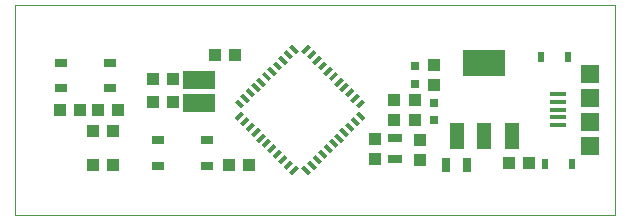
<source format=gtp>
G75*
%MOIN*%
%OFA0B0*%
%FSLAX25Y25*%
%IPPOS*%
%LPD*%
%AMOC8*
5,1,8,0,0,1.08239X$1,22.5*
%
%ADD10C,0.00000*%
%ADD11R,0.03937X0.04331*%
%ADD12R,0.04331X0.03937*%
%ADD13R,0.03150X0.03150*%
%ADD14R,0.03150X0.04724*%
%ADD15R,0.03150X0.01378*%
%ADD16R,0.04724X0.03150*%
%ADD17R,0.02480X0.03268*%
%ADD18R,0.04800X0.08800*%
%ADD19R,0.14173X0.08661*%
%ADD20R,0.05315X0.01575*%
%ADD21R,0.06102X0.05906*%
%ADD22R,0.04134X0.02559*%
%ADD23R,0.10630X0.05906*%
D10*
X0027595Y0221800D02*
X0027595Y0291800D01*
X0227595Y0291800D01*
X0227595Y0221800D01*
X0027595Y0221800D01*
D11*
X0147495Y0240254D03*
X0147495Y0246946D03*
X0153895Y0253254D03*
X0160995Y0253354D03*
X0160995Y0260046D03*
X0153895Y0259946D03*
X0167295Y0264954D03*
X0167295Y0271646D03*
X0162595Y0246846D03*
X0162595Y0240154D03*
D12*
X0192249Y0238900D03*
X0198942Y0238900D03*
X0105658Y0238466D03*
X0098965Y0238466D03*
X0060142Y0238500D03*
X0053449Y0238500D03*
X0053449Y0249600D03*
X0060142Y0249600D03*
X0061942Y0256800D03*
X0055249Y0256800D03*
X0049142Y0256800D03*
X0042449Y0256800D03*
X0073549Y0259300D03*
X0080242Y0259300D03*
X0080342Y0266900D03*
X0073649Y0266900D03*
X0094149Y0275100D03*
X0100842Y0275100D03*
D13*
X0160995Y0271253D03*
X0160995Y0265347D03*
X0167295Y0259153D03*
X0167295Y0253247D03*
D14*
X0171152Y0238500D03*
X0178238Y0238500D03*
D15*
G36*
X0142152Y0256312D02*
X0144378Y0254086D01*
X0143404Y0253112D01*
X0141178Y0255338D01*
X0142152Y0256312D01*
G37*
G36*
X0144378Y0259514D02*
X0142152Y0257288D01*
X0141178Y0258262D01*
X0143404Y0260488D01*
X0144378Y0259514D01*
G37*
G36*
X0142569Y0261323D02*
X0140343Y0259097D01*
X0139369Y0260071D01*
X0141595Y0262297D01*
X0142569Y0261323D01*
G37*
G36*
X0140759Y0263133D02*
X0138533Y0260907D01*
X0137559Y0261881D01*
X0139785Y0264107D01*
X0140759Y0263133D01*
G37*
G36*
X0138950Y0264942D02*
X0136724Y0262716D01*
X0135750Y0263690D01*
X0137976Y0265916D01*
X0138950Y0264942D01*
G37*
G36*
X0137140Y0266752D02*
X0134914Y0264526D01*
X0133940Y0265500D01*
X0136166Y0267726D01*
X0137140Y0266752D01*
G37*
G36*
X0135331Y0268562D02*
X0133105Y0266336D01*
X0132131Y0267310D01*
X0134357Y0269536D01*
X0135331Y0268562D01*
G37*
G36*
X0130321Y0269119D02*
X0132547Y0271345D01*
X0133521Y0270371D01*
X0131295Y0268145D01*
X0130321Y0269119D01*
G37*
G36*
X0128512Y0270929D02*
X0130738Y0273155D01*
X0131712Y0272181D01*
X0129486Y0269955D01*
X0128512Y0270929D01*
G37*
G36*
X0126702Y0272738D02*
X0128928Y0274964D01*
X0129902Y0273990D01*
X0127676Y0271764D01*
X0126702Y0272738D01*
G37*
G36*
X0124893Y0274548D02*
X0127119Y0276774D01*
X0128093Y0275800D01*
X0125867Y0273574D01*
X0124893Y0274548D01*
G37*
G36*
X0123083Y0276357D02*
X0125309Y0278583D01*
X0126283Y0277609D01*
X0124057Y0275383D01*
X0123083Y0276357D01*
G37*
G36*
X0119881Y0278583D02*
X0122107Y0276357D01*
X0121133Y0275383D01*
X0118907Y0277609D01*
X0119881Y0278583D01*
G37*
G36*
X0118072Y0276774D02*
X0120298Y0274548D01*
X0119324Y0273574D01*
X0117098Y0275800D01*
X0118072Y0276774D01*
G37*
G36*
X0116262Y0274964D02*
X0118488Y0272738D01*
X0117514Y0271764D01*
X0115288Y0273990D01*
X0116262Y0274964D01*
G37*
G36*
X0114453Y0273155D02*
X0116679Y0270929D01*
X0115705Y0269955D01*
X0113479Y0272181D01*
X0114453Y0273155D01*
G37*
G36*
X0112643Y0271345D02*
X0114869Y0269119D01*
X0113895Y0268145D01*
X0111669Y0270371D01*
X0112643Y0271345D01*
G37*
G36*
X0110834Y0269536D02*
X0113060Y0267310D01*
X0112086Y0266336D01*
X0109860Y0268562D01*
X0110834Y0269536D01*
G37*
G36*
X0110276Y0264526D02*
X0108050Y0266752D01*
X0109024Y0267726D01*
X0111250Y0265500D01*
X0110276Y0264526D01*
G37*
G36*
X0108467Y0262716D02*
X0106241Y0264942D01*
X0107215Y0265916D01*
X0109441Y0263690D01*
X0108467Y0262716D01*
G37*
G36*
X0106657Y0260907D02*
X0104431Y0263133D01*
X0105405Y0264107D01*
X0107631Y0261881D01*
X0106657Y0260907D01*
G37*
G36*
X0104847Y0259097D02*
X0102621Y0261323D01*
X0103595Y0262297D01*
X0105821Y0260071D01*
X0104847Y0259097D01*
G37*
G36*
X0103038Y0257288D02*
X0100812Y0259514D01*
X0101786Y0260488D01*
X0104012Y0258262D01*
X0103038Y0257288D01*
G37*
G36*
X0100812Y0254086D02*
X0103038Y0256312D01*
X0104012Y0255338D01*
X0101786Y0253112D01*
X0100812Y0254086D01*
G37*
G36*
X0102621Y0252277D02*
X0104847Y0254503D01*
X0105821Y0253529D01*
X0103595Y0251303D01*
X0102621Y0252277D01*
G37*
G36*
X0104431Y0250467D02*
X0106657Y0252693D01*
X0107631Y0251719D01*
X0105405Y0249493D01*
X0104431Y0250467D01*
G37*
G36*
X0106241Y0248658D02*
X0108467Y0250884D01*
X0109441Y0249910D01*
X0107215Y0247684D01*
X0106241Y0248658D01*
G37*
G36*
X0108050Y0246848D02*
X0110276Y0249074D01*
X0111250Y0248100D01*
X0109024Y0245874D01*
X0108050Y0246848D01*
G37*
G36*
X0109860Y0245038D02*
X0112086Y0247264D01*
X0113060Y0246290D01*
X0110834Y0244064D01*
X0109860Y0245038D01*
G37*
G36*
X0114869Y0244481D02*
X0112643Y0242255D01*
X0111669Y0243229D01*
X0113895Y0245455D01*
X0114869Y0244481D01*
G37*
G36*
X0116679Y0242671D02*
X0114453Y0240445D01*
X0113479Y0241419D01*
X0115705Y0243645D01*
X0116679Y0242671D01*
G37*
G36*
X0118488Y0240862D02*
X0116262Y0238636D01*
X0115288Y0239610D01*
X0117514Y0241836D01*
X0118488Y0240862D01*
G37*
G36*
X0120298Y0239052D02*
X0118072Y0236826D01*
X0117098Y0237800D01*
X0119324Y0240026D01*
X0120298Y0239052D01*
G37*
G36*
X0122107Y0237243D02*
X0119881Y0235017D01*
X0118907Y0235991D01*
X0121133Y0238217D01*
X0122107Y0237243D01*
G37*
G36*
X0125309Y0235017D02*
X0123083Y0237243D01*
X0124057Y0238217D01*
X0126283Y0235991D01*
X0125309Y0235017D01*
G37*
G36*
X0127119Y0236826D02*
X0124893Y0239052D01*
X0125867Y0240026D01*
X0128093Y0237800D01*
X0127119Y0236826D01*
G37*
G36*
X0128928Y0238636D02*
X0126702Y0240862D01*
X0127676Y0241836D01*
X0129902Y0239610D01*
X0128928Y0238636D01*
G37*
G36*
X0130738Y0240445D02*
X0128512Y0242671D01*
X0129486Y0243645D01*
X0131712Y0241419D01*
X0130738Y0240445D01*
G37*
G36*
X0132547Y0242255D02*
X0130321Y0244481D01*
X0131295Y0245455D01*
X0133521Y0243229D01*
X0132547Y0242255D01*
G37*
G36*
X0134357Y0244064D02*
X0132131Y0246290D01*
X0133105Y0247264D01*
X0135331Y0245038D01*
X0134357Y0244064D01*
G37*
G36*
X0134914Y0249074D02*
X0137140Y0246848D01*
X0136166Y0245874D01*
X0133940Y0248100D01*
X0134914Y0249074D01*
G37*
G36*
X0136724Y0250884D02*
X0138950Y0248658D01*
X0137976Y0247684D01*
X0135750Y0249910D01*
X0136724Y0250884D01*
G37*
G36*
X0138533Y0252693D02*
X0140759Y0250467D01*
X0139785Y0249493D01*
X0137559Y0251719D01*
X0138533Y0252693D01*
G37*
G36*
X0140343Y0254503D02*
X0142569Y0252277D01*
X0141595Y0251303D01*
X0139369Y0253529D01*
X0140343Y0254503D01*
G37*
D16*
X0154295Y0247343D03*
X0154295Y0240257D03*
D17*
X0204268Y0238800D03*
X0213323Y0238800D03*
X0211923Y0274400D03*
X0202868Y0274400D03*
D18*
X0193162Y0247946D03*
X0184062Y0247946D03*
X0174962Y0247946D03*
D19*
X0184062Y0272347D03*
D20*
X0208468Y0261907D03*
X0208468Y0259348D03*
X0208468Y0256789D03*
X0208468Y0254230D03*
X0208468Y0251671D03*
D21*
X0219098Y0252852D03*
X0219098Y0260726D03*
X0219098Y0268797D03*
X0219098Y0244781D03*
D22*
X0091464Y0246632D03*
X0091464Y0238168D03*
X0075126Y0238168D03*
X0075126Y0246632D03*
X0059364Y0264068D03*
X0059364Y0272532D03*
X0043026Y0272532D03*
X0043026Y0264068D03*
D23*
X0088995Y0266640D03*
X0088995Y0259160D03*
M02*

</source>
